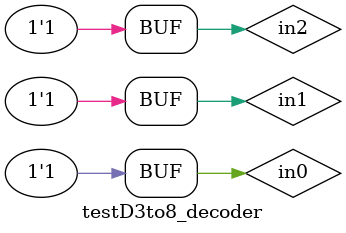
<source format=sv>
`timescale 1ns / 1ps

module testD3to8_decoder();
   logic in2,in1,in0;
   logic y7,y6,y5,y4,y3,y2,y1,y0;
   //instantiate device under test
   D3to8_decoder dut(y7,y6,y5,y4,y3,y2,y1,y0,in2,in1,in0);
   //apply inputs one at a time
   initial begin
     in0 = 0; in2 = 0; in1 = 0; #10;
     in1 = 1; #10;
     in2 = 1; in1 = 0; #10;
     in1 = 1; #10;
     in0 = 1; in2 = 0; in1 = 0; #10;
     in1 = 1; #10;
     in2 = 1; in1 = 0; #10;
     in1 = 1; #10;
   end
endmodule
</source>
